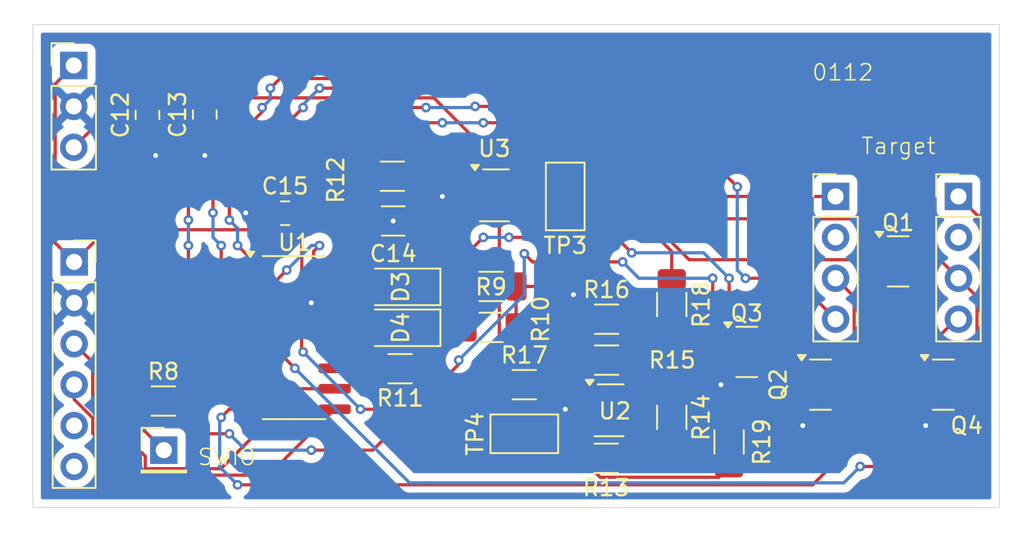
<source format=kicad_pcb>
(kicad_pcb (version 20241229) (generator "pcbnew") (generator_version "9.0")
  (layers (0 "F.Cu" signal) (2 "B.Cu" signal) (13 "F.Paste" user) (15 "B.Paste" user) (5 "F.SilkS" user "F.Silkscreen") (7 "B.SilkS" user "B.Silkscreen") (1 "F.Mask" user) (3 "B.Mask" user) (25 "Edge.Cuts" user))
  (net 0 "")
  (net 1 "GND")
  (net 2 "+12V")
  (net 3 "Net-(U3-+)")
  (net 4 "Net-(D3-A)")
  (net 5 "Net-(D3-K)")
  (net 6 "Net-(D4-K)")
  (net 7 "Net-(D4-A)")
  (net 8 "Net-(J1-Pin_1)")
  (net 11 "TXD")
  (net 12 "RXD")
  (net 13 "+5V")
  (net 15 "MOSI")
  (net 16 "MISO")
  (net 17 "Net-(J4-Pin_3)")
  (net 19 "VPP")
  (net 20 "SCK")
  (net 21 "Net-(J5-Pin_3)")
  (net 22 "~{VCC_EN}")
  (net 23 "GND_EN")
  (net 24 "VPP_OFF")
  (net 25 "GND_VDD")
  (net 26 "Net-(U1-PD1)")
  (net 27 "Net-(U1-PD7)")
  (net 28 "T2CH3")
  (net 29 "Net-(R13-Pad1)")
  (net 30 "Net-(R13-Pad2)")
  (net 31 "Net-(U2--)")
  (net 32 "Net-(U2-+)")
  (net 33 "Net-(U3--)")
  (footprint "Connector_PinHeader_2.54mm:PinHeader_1x03_P2.54mm_Vertical" (layer "F.Cu") (at 175.26 93.98)
    (property "Reference" "J3" (hide yes))
    (property "Value" "Conn_01x03" (hide yes))
    (pad "1" thru_hole rect (at 0 0) (size 1.7 1.7) (drill 1) (layers "*.Cu" "*.Mask") (net 13 "+5V"))
    (pad "2" thru_hole circle (at 0 2.54) (size 1.7 1.7) (drill 1) (layers "*.Cu" "*.Mask") (net 1 "GND"))
    (pad "3" thru_hole circle (at 0 5.08) (size 1.7 1.7) (drill 1) (layers "*.Cu" "*.Mask") (net 2 "+12V"))
  )
  (footprint "Resistor_SMD:R_1206_3216Metric_Pad1.30x1.75mm_HandSolder" (layer "F.Cu") (at 203.2 113.792)
    (property "Reference" "R17" (at 0 -1.83 0) (layer "F.SilkS"))
    (property "Value" "33K")
    (pad "1" smd roundrect (at -1.55 0) (size 1.3 1.75) (layers "F.Cu" "F.Mask" "F.Paste") (roundrect_rratio 0.192308) (net 33 "Net-(U3--)"))
    (pad "2" smd roundrect (at 1.55 0) (size 1.3 1.75) (layers "F.Cu" "F.Mask" "F.Paste") (roundrect_rratio 0.192308) (net 31 "Net-(U2--)"))
  )
  (footprint "Resistor_SMD:R_1206_3216Metric_Pad1.30x1.75mm_HandSolder" (layer "F.Cu") (at 212.344 115.824 -90)
    (property "Reference" "R14" (at 0 -1.83 90) (layer "F.SilkS"))
    (property "Value" "33K")
    (pad "1" smd roundrect (at -1.55 0 270) (size 1.3 1.75) (layers "F.Cu" "F.Mask" "F.Paste") (roundrect_rratio 0.192308) (net 31 "Net-(U2--)"))
    (pad "2" smd roundrect (at 1.55 0 270) (size 1.3 1.75) (layers "F.Cu" "F.Mask" "F.Paste") (roundrect_rratio 0.192308) (net 29 "Net-(R13-Pad1)"))
  )
  (footprint "Resistor_SMD:R_1206_3216Metric_Pad1.30x1.75mm_HandSolder" (layer "F.Cu") (at 208.306 109.728)
    (property "Reference" "R16" (at 0 -1.83 0) (layer "F.SilkS"))
    (property "Value" "33K")
    (pad "1" smd roundrect (at -1.55 0) (size 1.3 1.75) (layers "F.Cu" "F.Mask" "F.Paste") (roundrect_rratio 0.192308) (net 1 "GND"))
    (pad "2" smd roundrect (at 1.55 0) (size 1.3 1.75) (layers "F.Cu" "F.Mask" "F.Paste") (roundrect_rratio 0.192308) (net 32 "Net-(U2-+)"))
  )
  (footprint "Capacitor_SMD:C_0805_2012Metric_Pad1.18x1.45mm_HandSolder" (layer "F.Cu") (at 179.832 97.0495 90)
    (property "Reference" "C12" (at 0 -1.68 90) (layer "F.SilkS"))
    (property "Value" "1µF")
    (pad "1" smd roundrect (at -1.0375 0 90) (size 1.175 1.45) (layers "F.Cu" "F.Mask" "F.Paste") (roundrect_rratio 0.212766) (net 1 "GND"))
    (pad "2" smd roundrect (at 1.0375 0 90) (size 1.175 1.45) (layers "F.Cu" "F.Mask" "F.Paste") (roundrect_rratio 0.212766) (net 2 "+12V"))
  )
  (footprint "Capacitor_SMD:C_0805_2012Metric_Pad1.18x1.45mm_HandSolder" (layer "F.Cu") (at 188.3665 103.15)
    (property "Reference" "C15" (at 0 -1.68 0) (layer "F.SilkS"))
    (property "Value" "1µF")
    (pad "1" smd roundrect (at -1.0375 0) (size 1.175 1.45) (layers "F.Cu" "F.Mask" "F.Paste") (roundrect_rratio 0.212766) (net 1 "GND"))
    (pad "2" smd roundrect (at 1.0375 0) (size 1.175 1.45) (layers "F.Cu" "F.Mask" "F.Paste") (roundrect_rratio 0.212766) (net 13 "+5V"))
  )
  (footprint "Resistor_SMD:R_1206_3216Metric_Pad1.30x1.75mm_HandSolder" (layer "F.Cu") (at 201.142 107.696)
    (property "Reference" "R9" (at 0 0.033394 0) (layer "F.SilkS"))
    (property "Value" "1K")
    (pad "1" smd roundrect (at -1.55 0) (size 1.3 1.75) (layers "F.Cu" "F.Mask" "F.Paste") (roundrect_rratio 0.192308) (net 5 "Net-(D3-K)"))
    (pad "2" smd roundrect (at 1.55 0) (size 1.3 1.75) (layers "F.Cu" "F.Mask" "F.Paste") (roundrect_rratio 0.192308) (net 1 "GND"))
  )
  (footprint "Package_TO_SOT_SMD:SOT-23" (layer "F.Cu") (at 221.5665 113.792)
    (property "Reference" "Q2" (at -2.6185 0 90) (layer "F.SilkS"))
    (property "Value" "2N7002")
    (pad "1" smd roundrect (at -0.9375 -0.95) (size 1.475 0.6) (layers "F.Cu" "F.Mask" "F.Paste") (net 23 "GND_EN"))
    (pad "2" smd roundrect (at -0.9375 0.95) (size 1.475 0.6) (layers "F.Cu" "F.Mask" "F.Paste") (net 1 "GND"))
    (pad "3" smd roundrect (at 0.9375 0) (size 1.475 0.6) (layers "F.Cu" "F.Mask" "F.Paste") (net 17 "Net-(J4-Pin_3)"))
  )
  (footprint "LED_SMD:LED_1206_3216Metric_Pad1.42x1.75mm_HandSolder" (layer "F.Cu") (at 195.5365 110.262 180)
    (property "Reference" "D4" (at 0 0 90) (layer "F.SilkS"))
    (property "Value" "LED")
    (pad "1" smd roundrect (at -1.4875 0 180) (size 1.425 1.75) (layers "F.Cu" "F.Mask" "F.Paste") (roundrect_rratio 0.175439) (net 6 "Net-(D4-K)"))
    (pad "2" smd roundrect (at 1.4875 0 180) (size 1.425 1.75) (layers "F.Cu" "F.Mask" "F.Paste") (roundrect_rratio 0.175439) (net 7 "Net-(D4-A)"))
  )
  (footprint "Resistor_SMD:R_1206_3216Metric_Pad1.30x1.75mm_HandSolder" (layer "F.Cu") (at 215.9 117.348 90)
    (property "Reference" "R19" (at 0 2.032 90) (layer "F.SilkS"))
    (property "Value" "150")
    (pad "1" smd roundrect (at -1.55 0 90) (size 1.3 1.75) (layers "F.Cu" "F.Mask" "F.Paste") (roundrect_rratio 0.192308) (net 30 "Net-(R13-Pad2)"))
    (pad "2" smd roundrect (at 1.55 0 90) (size 1.3 1.75) (layers "F.Cu" "F.Mask" "F.Paste") (roundrect_rratio 0.192308) (net 19 "VPP"))
  )
  (footprint "TestPoint:TestPoint_Keystone_5019_Miniature" (layer "F.Cu") (at 203.2 116.84)
    (property "Reference" "TP4" (at -3.048 0 90) (layer "F.SilkS"))
    (property "Value" "TestPoint")
    (pad "1" smd roundrect (at 0 0) (size 3.8 2) (layers "F.Cu" "F.Mask" "F.Paste") (roundrect_rratio 0.125) (net 30 "Net-(R13-Pad2)"))
  )
  (footprint "Resistor_SMD:R_1206_3216Metric_Pad1.30x1.75mm_HandSolder" (layer "F.Cu") (at 201.142 110.236)
    (property "Reference" "R10" (at 3.074 -0.508 90) (layer "F.SilkS"))
    (property "Value" "1K")
    (pad "1" smd roundrect (at -1.55 0) (size 1.3 1.75) (layers "F.Cu" "F.Mask" "F.Paste") (roundrect_rratio 0.192308) (net 6 "Net-(D4-K)"))
    (pad "2" smd roundrect (at 1.55 0) (size 1.3 1.75) (layers "F.Cu" "F.Mask" "F.Paste") (roundrect_rratio 0.192308) (net 1 "GND"))
  )
  (footprint "Resistor_SMD:R_1206_3216Metric_Pad1.30x1.75mm_HandSolder" (layer "F.Cu") (at 208.28 118.364 180)
    (property "Reference" "R13" (at 0 -1.83 0) (layer "F.SilkS"))
    (property "Value" "33K")
    (pad "1" smd roundrect (at -1.55 0 180) (size 1.3 1.75) (layers "F.Cu" "F.Mask" "F.Paste") (roundrect_rratio 0.192308) (net 29 "Net-(R13-Pad1)"))
    (pad "2" smd roundrect (at 1.55 0 180) (size 1.3 1.75) (layers "F.Cu" "F.Mask" "F.Paste") (roundrect_rratio 0.192308) (net 30 "Net-(R13-Pad2)"))
  )
  (footprint "Resistor_SMD:R_1206_3216Metric_Pad1.30x1.75mm_HandSolder" (layer "F.Cu") (at 208.306 112.268 180)
    (property "Reference" "R15" (at -4.064 0 0) (layer "F.SilkS"))
    (property "Value" "33K")
    (pad "1" smd roundrect (at -1.55 0 180) (size 1.3 1.75) (layers "F.Cu" "F.Mask" "F.Paste") (roundrect_rratio 0.192308) (net 32 "Net-(U2-+)"))
    (pad "2" smd roundrect (at 1.55 0 180) (size 1.3 1.75) (layers "F.Cu" "F.Mask" "F.Paste") (roundrect_rratio 0.192308) (net 2 "+12V"))
  )
  (footprint "Connector_PinSocket_2.54mm:PinSocket_1x06_P2.54mm_Vertical" (layer "F.Cu") (at 175.285 106.172)
    (property "Reference" "J2" (hide yes))
    (property "Value" "Conn_01x06" (hide yes))
    (pad "1" thru_hole rect (at 0 0) (size 1.7 1.7) (drill 1) (layers "*.Cu" "*.Mask") (net 13 "+5V"))
    (pad "2" thru_hole circle (at 0 2.54) (size 1.7 1.7) (drill 1) (layers "*.Cu" "*.Mask") (net 1 "GND"))
    (pad "3" thru_hole circle (at 0 5.08) (size 1.7 1.7) (drill 1) (layers "*.Cu" "*.Mask") (net 12 "RXD"))
    (pad "4" thru_hole circle (at 0 7.62) (size 1.7 1.7) (drill 1) (layers "*.Cu" "*.Mask") (net 11 "TXD"))
    (pad "5" thru_hole circle (at 0 10.16) (size 1.7 1.7) (drill 1) (layers "*.Cu" "*.Mask"))
    (pad "6" thru_hole circle (at 0 12.7) (size 1.7 1.7) (drill 1) (layers "*.Cu" "*.Mask"))
  )
  (footprint "Resistor_SMD:R_1206_3216Metric_Pad1.30x1.75mm_HandSolder" (layer "F.Cu") (at 212.344 108.818 -90)
    (property "Reference" "R18" (at 0 -1.83 90) (layer "F.SilkS"))
    (property "Value" "120K")
    (pad "1" smd roundrect (at -1.55 0 270) (size 1.3 1.75) (layers "F.Cu" "F.Mask" "F.Paste") (roundrect_rratio 0.192308) (net 2 "+12V"))
    (pad "2" smd roundrect (at 1.55 0 270) (size 1.3 1.75) (layers "F.Cu" "F.Mask" "F.Paste") (roundrect_rratio 0.192308) (net 31 "Net-(U2--)"))
  )
  (footprint "Package_TO_SOT_SMD:SOT-23" (layer "F.Cu") (at 216.9945 111.76)
    (property "Reference" "Q3" (at 0 -2.4 0) (layer "F.SilkS"))
    (property "Value" "2N7002")
    (pad "1" smd roundrect (at -0.9375 -0.95) (size 1.475 0.6) (layers "F.Cu" "F.Mask" "F.Paste") (net 24 "VPP_OFF"))
    (pad "2" smd roundrect (at -0.9375 0.95) (size 1.475 0.6) (layers "F.Cu" "F.Mask" "F.Paste") (net 1 "GND"))
    (pad "3" smd roundrect (at 0.9375 0) (size 1.475 0.6) (layers "F.Cu" "F.Mask" "F.Paste") (net 19 "VPP"))
  )
  (footprint "Capacitor_SMD:C_0805_2012Metric_Pad1.18x1.45mm_HandSolder" (layer "F.Cu") (at 183.388 97.028 90)
    (property "Reference" "C13" (at 0 -1.68 90) (layer "F.SilkS"))
    (property "Value" "1µF")
    (pad "1" smd roundrect (at -1.0375 0 90) (size 1.175 1.45) (layers "F.Cu" "F.Mask" "F.Paste") (roundrect_rratio 0.212766) (net 1 "GND"))
    (pad "2" smd roundrect (at 1.0375 0 90) (size 1.175 1.45) (layers "F.Cu" "F.Mask" "F.Paste") (roundrect_rratio 0.212766) (net 2 "+12V"))
  )
  (footprint "Package_TO_SOT_SMD:SOT-23-5_HandSoldering" (layer "F.Cu") (at 208.454 115.382)
    (property "Reference" "U2" (at 0.357941 0.048617 0) (layer "F.SilkS"))
    (property "Value" "OPA207")
    (pad "1" smd roundrect (at -1.35 -0.95) (size 1.56 0.65) (layers "F.Cu" "F.Mask" "F.Paste") (net 30 "Net-(R13-Pad2)"))
    (pad "2" smd roundrect (at -1.35 0) (size 1.56 0.65) (layers "F.Cu" "F.Mask" "F.Paste") (net 1 "GND"))
    (pad "3" smd roundrect (at -1.35 0.95) (size 1.56 0.65) (layers "F.Cu" "F.Mask" "F.Paste") (net 32 "Net-(U2-+)"))
    (pad "4" smd roundrect (at 1.35 0.95) (size 1.56 0.65) (layers "F.Cu" "F.Mask" "F.Paste") (net 31 "Net-(U2--)"))
    (pad "5" smd roundrect (at 1.35 -0.95) (size 1.56 0.65) (layers "F.Cu" "F.Mask" "F.Paste") (net 2 "+12V"))
  )
  (footprint "Resistor_SMD:R_1206_3216Metric_Pad1.30x1.75mm_HandSolder" (layer "F.Cu") (at 180.822 114.808)
    (property "Reference" "R8" (at 0 -1.83 0) (layer "F.SilkS"))
    (property "Value" "1K")
    (pad "1" smd roundrect (at -1.55 0) (size 1.3 1.75) (layers "F.Cu" "F.Mask" "F.Paste") (roundrect_rratio 0.192308) (net 8 "Net-(J1-Pin_1)"))
    (pad "2" smd roundrect (at 1.55 0) (size 1.3 1.75) (layers "F.Cu" "F.Mask" "F.Paste") (roundrect_rratio 0.192308) (net 26 "Net-(U1-PD1)"))
  )
  (footprint "Package_TO_SOT_SMD:SOT-23-5_HandSoldering" (layer "F.Cu") (at 201.342 102.042)
    (property "Reference" "U3" (at 0 -2.9 0) (layer "F.SilkS"))
    (property "Value" "OPA207")
    (pad "1" smd roundrect (at -1.35 -0.95) (size 1.56 0.65) (layers "F.Cu" "F.Mask" "F.Paste") (net 33 "Net-(U3--)"))
    (pad "2" smd roundrect (at -1.35 0) (size 1.56 0.65) (layers "F.Cu" "F.Mask" "F.Paste") (net 1 "GND"))
    (pad "3" smd roundrect (at -1.35 0.95) (size 1.56 0.65) (layers "F.Cu" "F.Mask" "F.Paste") (net 3 "Net-(U3-+)"))
    (pad "4" smd roundrect (at 1.35 0.95) (size 1.56 0.65) (layers "F.Cu" "F.Mask" "F.Paste") (net 33 "Net-(U3--)"))
    (pad "5" smd roundrect (at 1.35 -0.95) (size 1.56 0.65) (layers "F.Cu" "F.Mask" "F.Paste") (net 2 "+12V"))
  )
  (footprint "Connector_PinHeader_2.54mm:PinHeader_1x01_P2.54mm_Vertical" (layer "F.Cu") (at 180.848 117.856)
    (property "Reference" "J1" (hide yes))
    (property "Value" "Conn_01x01" (hide yes))
    (pad "1" thru_hole rect (at 0 0) (size 1.7 1.7) (drill 1) (layers "*.Cu" "*.Mask") (net 8 "Net-(J1-Pin_1)"))
  )
  (footprint "Connector_PinHeader_2.54mm:PinHeader_1x04_P2.54mm_Vertical" (layer "F.Cu") (at 222.504 102.108)
    (property "Reference" "J4" (hide yes))
    (property "Value" "Conn_01x04" (hide yes))
    (pad "1" thru_hole rect (at 0 0) (size 1.7 1.7) (drill 1) (layers "*.Cu" "*.Mask") (net 15 "MOSI"))
    (pad "2" thru_hole circle (at 0 2.54) (size 1.7 1.7) (drill 1) (layers "*.Cu" "*.Mask"))
    (pad "3" thru_hole circle (at 0 5.08) (size 1.7 1.7) (drill 1) (layers "*.Cu" "*.Mask") (net 17 "Net-(J4-Pin_3)"))
    (pad "4" thru_hole circle (at 0 7.62) (size 1.7 1.7) (drill 1) (layers "*.Cu" "*.Mask") (net 16 "MISO"))
  )
  (footprint "Capacitor_SMD:C_1206_3216Metric" (layer "F.Cu") (at 195.072 103.632)
    (property "Reference" "C14" (at 0 2.032 0) (layer "F.SilkS"))
    (property "Value" "100nF")
    (pad "1" smd roundrect (at -1.475 0) (size 1.15 1.8) (layers "F.Cu" "F.Mask" "F.Paste") (roundrect_rratio 0.217391) (net 1 "GND"))
    (pad "2" smd roundrect (at 1.475 0) (size 1.15 1.8) (layers "F.Cu" "F.Mask" "F.Paste") (roundrect_rratio 0.217391) (net 3 "Net-(U3-+)"))
  )
  (footprint "Package_TO_SOT_SMD:SOT-23" (layer "F.Cu") (at 229.1865 113.792)
    (property "Reference" "Q4" (at 1.4455 2.54 180) (layer "F.SilkS"))
    (property "Value" "2N7002")
    (pad "1" smd roundrect (at -0.9375 -0.95) (size 1.475 0.6) (layers "F.Cu" "F.Mask" "F.Paste") (net 25 "GND_VDD"))
    (pad "2" smd roundrect (at -0.9375 0.95) (size 1.475 0.6) (layers "F.Cu" "F.Mask" "F.Paste") (net 1 "GND"))
    (pad "3" smd roundrect (at 0.9375 0) (size 1.475 0.6) (layers "F.Cu" "F.Mask" "F.Paste") (net 21 "Net-(J5-Pin_3)"))
  )
  (footprint "Package_SO:SOP-16_3.9x9.9mm_P1.27mm" (layer "F.Cu") (at 188.936 110.871)
    (property "Reference" "U1" (at 0 -5.9 0) (layer "F.SilkS"))
    (property "Value" "CH32V003AxMx")
    (pad "1" smd roundrect (at -2.5 -4.445) (size 2 0.6) (layers "F.Cu" "F.Mask" "F.Paste") (net 22 "~{VCC_EN}"))
    (pad "2" smd roundrect (at -2.5 -3.175) (size 2 0.6) (layers "F.Cu" "F.Mask" "F.Paste") (net 23 "GND_EN"))
    (pad "3" smd roundrect (at -2.5 -1.905) (size 2 0.6) (layers "F.Cu" "F.Mask" "F.Paste") (net 15 "MOSI"))
    (pad "4" smd roundrect (at -2.5 -0.635) (size 2 0.6) (layers "F.Cu" "F.Mask" "F.Paste") (net 16 "MISO"))
    (pad "5" smd roundrect (at -2.5 0.635) (size 2 0.6) (layers "F.Cu" "F.Mask" "F.Paste") (net 20 "SCK"))
    (pad "6" smd roundrect (at -2.5 1.905) (size 2 0.6) (layers "F.Cu" "F.Mask" "F.Paste") (net 24 "VPP_OFF"))
    (pad "7" smd roundrect (at -2.5 3.175) (size 2 0.6) (layers "F.Cu" "F.Mask" "F.Paste") (net 26 "Net-(U1-PD1)"))
    (pad "8" smd roundrect (at -2.5 4.445) (size 2 0.6) (layers "F.Cu" "F.Mask" "F.Paste") (net 25 "GND_VDD"))
    (pad "9" smd roundrect (at 2.5 4.445) (size 2 0.6) (layers "F.Cu" "F.Mask" "F.Paste") (net 11 "TXD"))
    (pad "10" smd roundrect (at 2.5 3.175) (size 2 0.6) (layers "F.Cu" "F.Mask" "F.Paste") (net 12 "RXD"))
    (pad "11" smd roundrect (at 2.5 1.905) (size 2 0.6) (layers "F.Cu" "F.Mask" "F.Paste") (net 27 "Net-(U1-PD7)"))
    (pad "12" smd roundrect (at 2.5 0.635) (size 2 0.6) (layers "F.Cu" "F.Mask" "F.Paste") (net 7 "Net-(D4-A)"))
    (pad "13" smd roundrect (at 2.5 -0.635) (size 2 0.6) (layers "F.Cu" "F.Mask" "F.Paste") (net 4 "Net-(D3-A)"))
    (pad "14" smd roundrect (at 2.5 -1.905) (size 2 0.6) (layers "F.Cu" "F.Mask" "F.Paste") (net 1 "GND"))
    (pad "15" smd roundrect (at 2.5 -3.175) (size 2 0.6) (layers "F.Cu" "F.Mask" "F.Paste") (net 13 "+5V"))
    (pad "16" smd roundrect (at 2.5 -4.445) (size 2 0.6) (layers "F.Cu" "F.Mask" "F.Paste") (net 28 "T2CH3"))
  )
  (footprint "Connector_PinHeader_2.54mm:PinHeader_1x04_P2.54mm_Vertical" (layer "F.Cu") (at 230.124 102.108)
    (property "Reference" "J5" (hide yes))
    (property "Value" "Conn_01x04" (hide yes))
    (pad "1" thru_hole rect (at 0 0) (size 1.7 1.7) (drill 1) (layers "*.Cu" "*.Mask") (net 20 "SCK"))
    (pad "2" thru_hole circle (at 0 2.54) (size 1.7 1.7) (drill 1) (layers "*.Cu" "*.Mask"))
    (pad "3" thru_hole circle (at 0 5.08) (size 1.7 1.7) (drill 1) (layers "*.Cu" "*.Mask") (net 21 "Net-(J5-Pin_3)"))
    (pad "4" thru_hole circle (at 0 7.62) (size 1.7 1.7) (drill 1) (layers "*.Cu" "*.Mask") (net 19 "VPP"))
  )
  (footprint "Package_TO_SOT_SMD:SOT-23" (layer "F.Cu") (at 226.382819 106.139786)
    (property "Reference" "Q1" (at 0 -2.4 0) (layer "F.SilkS"))
    (property "Value" "BSS84")
    (pad "1" smd roundrect (at -0.9375 -0.95) (size 1.475 0.6) (layers "F.Cu" "F.Mask" "F.Paste") (net 22 "~{VCC_EN}"))
    (pad "2" smd roundrect (at -0.9375 0.95) (size 1.475 0.6) (layers "F.Cu" "F.Mask" "F.Paste") (net 13 "+5V"))
    (pad "3" smd roundrect (at 0.9375 0) (size 1.475 0.6) (layers "F.Cu" "F.Mask" "F.Paste") (net 21 "Net-(J5-Pin_3)"))
  )
  (footprint "TestPoint:TestPoint_Keystone_5019_Miniature" (layer "F.Cu") (at 205.74 102.108 90)
    (property "Reference" "TP3" (at -3.048 0 180) (layer "F.SilkS"))
    (property "Value" "TestPoint")
    (pad "1" smd roundrect (at 0 0 90) (size 3.8 2) (layers "F.Cu" "F.Mask" "F.Paste") (roundrect_rratio 0.125) (net 33 "Net-(U3--)"))
  )
  (footprint "LED_SMD:LED_1206_3216Metric_Pad1.42x1.75mm_HandSolder" (layer "F.Cu") (at 195.5365 107.722 180)
    (property "Reference" "D3" (at 0 0 90) (layer "F.SilkS"))
    (property "Value" "LED")
    (pad "1" smd roundrect (at -1.4875 0 180) (size 1.425 1.75) (layers "F.Cu" "F.Mask" "F.Paste") (roundrect_rratio 0.175439) (net 5 "Net-(D3-K)"))
    (pad "2" smd roundrect (at 1.4875 0 180) (size 1.425 1.75) (layers "F.Cu" "F.Mask" "F.Paste") (roundrect_rratio 0.175439) (net 4 "Net-(D3-A)"))
  )
  (footprint "Resistor_SMD:R_1206_3216Metric_Pad1.30x1.75mm_HandSolder" (layer "F.Cu") (at 195.019 100.855)
    (property "Reference" "R12" (at -3.503 0.237 90) (layer "F.SilkS"))
    (property "Value" "2.2K")
    (pad "1" smd roundrect (at -1.55 0) (size 1.3 1.75) (layers "F.Cu" "F.Mask" "F.Paste") (roundrect_rratio 0.192308) (net 28 "T2CH3"))
    (pad "2" smd roundrect (at 1.55 0) (size 1.3 1.75) (layers "F.Cu" "F.Mask" "F.Paste") (roundrect_rratio 0.192308) (net 3 "Net-(U3-+)"))
  )
  (footprint "Resistor_SMD:R_1206_3216Metric_Pad1.30x1.75mm_HandSolder" (layer "F.Cu") (at 195.5 112.802 180)
    (property "Reference" "R11" (at 0 -1.83 0) (layer "F.SilkS"))
    (property "Value" "10K")
    (pad "1" smd roundrect (at -1.55 0 180) (size 1.3 1.75) (layers "F.Cu" "F.Mask" "F.Paste") (roundrect_rratio 0.192308) (net 13 "+5V"))
    (pad "2" smd roundrect (at 1.55 0 180) (size 1.3 1.75) (layers "F.Cu" "F.Mask" "F.Paste") (roundrect_rratio 0.192308) (net 27 "Net-(U1-PD7)"))
  )
  (gr_rect (start 172.72 91.44) (end 232.664 121.412) (stroke (width 0.05)) (fill no) (layer "Edge.Cuts"))
  (gr_text "SWIO" (at 182.88 118.872 0) (layer "F.SilkS") (effects (font (size 1 1) (thickness 0.1)) (justify left bottom)))
  (gr_text "0112" (at 220.98 94.996 0) (layer "F.SilkS") (effects (font (size 1 1) (thickness 0.1)) (justify left bottom)))
  (gr_text "Target" (at 224.028 99.568 0) (layer "F.SilkS") (effects (font (size 1 1) (thickness 0.1)) (justify left bottom)))
  (segment (start 216.057 113.127) (end 215.392 113.792) (width 0.2) (layer "F.Cu") (net 1))
  (segment (start 191.436 108.966) (end 190.246 108.966) (width 0.2) (layer "F.Cu") (net 1))
  (segment (start 198.186 102.042) (end 198.12 102.108) (width 0.2) (layer "F.Cu") (net 1))
  (segment (start 207.104 115.382) (end 205.806 115.382) (width 0.2) (layer "F.Cu") (net 1))
  (segment (start 220.629 114.742) (end 220.629 116.175) (width 0.2) (layer "F.Cu") (net 1))
  (segment (start 199.992 102.042) (end 198.186 102.042) (width 0.2) (layer "F.Cu") (net 1))
  (segment (start 216.057 112.71) (end 216.057 113.127) (width 0.2) (layer "F.Cu") (net 1))
  (segment (start 202.692 107.696) (end 205.74 107.696) (width 0.2) (layer "F.Cu") (net 1))
  (segment (start 206.756 109.728) (end 206.756 108.712) (width 0.2) (layer "F.Cu") (net 1))
  (segment (start 183.388 98.0655) (end 183.388 99.568) (width 0.2) (layer "F.Cu") (net 1))
  (segment (start 190.246 108.966) (end 189.992 108.712) (width 0.2) (layer "F.Cu") (net 1))
  (segment (start 193.597 103.632) (end 195.072 103.632) (width 0.2) (layer "F.Cu") (net 1))
  (segment (start 179.832 99.06) (end 180.34 99.568) (width 0.2) (layer "F.Cu") (net 1))
  (segment (start 202.692 110.236) (end 202.692 107.696) (width 0.2) (layer "F.Cu") (net 1))
  (segment (start 185.954 103.15) (end 185.928 103.124) (width 0.2) (layer "F.Cu") (net 1))
  (segment (start 228.249 114.742) (end 228.249 116.175) (width 0.2) (layer "F.Cu") (net 1))
  (segment (start 220.629 116.175) (end 220.472 116.332) (width 0.2) (layer "F.Cu") (net 1))
  (segment (start 228.249 116.175) (end 228.092 116.332) (width 0.2) (layer "F.Cu") (net 1))
  (segment (start 179.832 98.087) (end 179.832 99.06) (width 0.2) (layer "F.Cu") (net 1))
  (segment (start 205.74 107.696) (end 206.248 108.204) (width 0.2) (layer "F.Cu") (net 1))
  (segment (start 206.756 108.712) (end 206.248 108.204) (width 0.2) (layer "F.Cu") (net 1))
  (segment (start 205.806 115.382) (end 205.74 115.316) (width 0.2) (layer "F.Cu") (net 1))
  (segment (start 187.329 103.15) (end 185.954 103.15) (width 0.2) (layer "F.Cu") (net 1))
  (via (at 185.928 103.124) (size 0.6) (drill 0.3) (layers "F.Cu" "B.Cu") (net 1))
  (via (at 206.248 108.204) (size 0.6) (drill 0.3) (layers "F.Cu" "B.Cu") (net 1))
  (via (at 183.388 99.568) (size 0.6) (drill 0.3) (layers "F.Cu" "B.Cu") (net 1))
  (via (at 195.072 103.632) (size 0.6) (drill 0.3) (layers "F.Cu" "B.Cu") (net 1))
  (via (at 189.992 108.712) (size 0.6) (drill 0.3) (layers "F.Cu" "B.Cu") (net 1))
  (via (at 198.12 102.108) (size 0.6) (drill 0.3) (layers "F.Cu" "B.Cu") (net 1))
  (via (at 180.34 99.568) (size 0.6) (drill 0.3) (layers "F.Cu" "B.Cu") (net 1))
  (via (at 205.74 115.316) (size 0.6) (drill 0.3) (layers "F.Cu" "B.Cu") (net 1))
  (via (at 220.472 116.332) (size 0.6) (drill 0.3) (layers "F.Cu" "B.Cu") (net 1))
  (via (at 228.092 116.332) (size 0.6) (drill 0.3) (layers "F.Cu" "B.Cu") (net 1))
  (via (at 215.392 113.792) (size 0.6) (drill 0.3) (layers "F.Cu" "B.Cu") (net 1))
  (segment (start 204.216 99.568) (end 202.692 101.092) (width 0.2) (layer "F.Cu") (net 2))
  (segment (start 183.3665 96.012) (end 183.388 95.9905) (width 0.2) (layer "F.Cu") (net 2))
  (segment (start 202.692 101.092) (end 197.5905 95.9905) (width 0.2) (layer "F.Cu") (net 2))
  (segment (start 212.344 107.268) (end 212.344 105.52584) (width 0.2) (layer "F.Cu") (net 2))
  (segment (start 206.38616 99.568) (end 204.216 99.568) (width 0.2) (layer "F.Cu") (net 2))
  (segment (start 212.344 105.52584) (end 206.38616 99.568) (width 0.2) (layer "F.Cu") (net 2))
  (segment (start 207.64 112.268) (end 206.756 112.268) (width 0.2) (layer "F.Cu") (net 2))
  (segment (start 179.832 96.012) (end 183.3665 96.012) (width 0.2) (layer "F.Cu") (net 2))
  (segment (start 179.832 96.012) (end 178.308 96.012) (width 0.2) (layer "F.Cu") (net 2))
  (segment (start 210.82 113.416) (end 210.82 108.792) (width 0.2) (layer "F.Cu") (net 2))
  (segment (start 197.5905 95.9905) (end 183.388 95.9905) (width 0.2) (layer "F.Cu") (net 2))
  (segment (start 209.804 114.432) (end 210.82 113.416) (width 0.2) (layer "F.Cu") (net 2))
  (segment (start 209.804 114.432) (end 207.64 112.268) (width 0.2) (layer "F.Cu") (net 2))
  (segment (start 178.308 96.012) (end 175.26 99.06) (width 0.2) (layer "F.Cu") (net 2))
  (segment (start 210.82 108.792) (end 212.344 107.268) (width 0.2) (layer "F.Cu") (net 2))
  (segment (start 199.992 102.992) (end 197.187 102.992) (width 0.2) (layer "F.Cu") (net 3))
  (segment (start 197.187 102.992) (end 196.547 103.632) (width 0.2) (layer "F.Cu") (net 3))
  (segment (start 196.547 100.877) (end 196.569 100.855) (width 0.2) (layer "F.Cu") (net 3))
  (segment (start 196.547 103.632) (end 196.547 100.877) (width 0.2) (layer "F.Cu") (net 3))
  (segment (start 191.807968 110.236) (end 191.436 110.236) (width 0.2) (layer "F.Cu") (net 4))
  (segment (start 194.049 107.722) (end 194.049 107.994968) (width 0.2) (layer "F.Cu") (net 4))
  (segment (start 194.049 107.994968) (end 191.807968 110.236) (width 0.2) (layer "F.Cu") (net 4))
  (segment (start 197.05 107.696) (end 197.024 107.722) (width 0.2) (layer "F.Cu") (net 5))
  (segment (start 199.592 107.696) (end 197.05 107.696) (width 0.2) (layer "F.Cu") (net 5))
  (segment (start 197.024 110.262) (end 197.05 110.236) (width 0.2) (layer "F.Cu") (net 6))
  (segment (start 197.05 110.236) (end 199.592 110.236) (width 0.2) (layer "F.Cu") (net 6))
  (segment (start 194.049 110.262) (end 192.805 111.506) (width 0.2) (layer "F.Cu") (net 7))
  (segment (start 192.805 111.506) (end 191.436 111.506) (width 0.2) (layer "F.Cu") (net 7))
  (segment (start 179.272 114.808) (end 179.272 116.28) (width 0.2) (layer "F.Cu") (net 8))
  (segment (start 179.272 116.28) (end 180.848 117.856) (width 0.2) (layer "F.Cu") (net 8))
  (segment (start 176.436 116.80876) (end 176.436 115.85524) (width 0.2) (layer "F.Cu") (net 11))
  (segment (start 175.285 114.70424) (end 175.285 113.792) (width 0.2) (layer "F.Cu") (net 11))
  (segment (start 176.436 115.85524) (end 175.285 114.70424) (width 0.2) (layer "F.Cu") (net 11))
  (segment (start 187.344 119.408) (end 179.03524 119.408) (width 0.2) (layer "F.Cu") (net 11))
  (segment (start 191.436 115.316) (end 187.344 119.408) (width 0.2) (layer "F.Cu") (net 11))
  (segment (start 179.03524 119.408) (end 176.436 116.80876) (width 0.2) (layer "F.Cu") (net 11))
  (segment (start 191.436 114.046) (end 189.347968 114.046) (width 0.2) (layer "F.Cu") (net 12))
  (segment (start 176.436 112.403) (end 175.285 111.252) (width 0.2) (layer "F.Cu") (net 12))
  (segment (start 184.386968 119.007) (end 179.697 119.007) (width 0.2) (layer "F.Cu") (net 12))
  (segment (start 189.347968 114.046) (end 184.386968 119.007) (width 0.2) (layer "F.Cu") (net 12))
  (segment (start 176.436 114.968) (end 176.436 112.403) (width 0.2) (layer "F.Cu") (net 12))
  (segment (start 179.697 119.007) (end 179.697 118.229) (width 0.2) (layer "F.Cu") (net 12))
  (segment (start 179.697 118.229) (end 176.436 114.968) (width 0.2) (layer "F.Cu") (net 12))
  (segment (start 189.484 111.76) (end 189.391 111.667) (width 0.2) (layer "F.Cu") (net 13))
  (segment (start 194.293 97.536) (end 189.404 102.425) (width 0.2) (layer "F.Cu") (net 13))
  (segment (start 197.05 112.802) (end 194.536 115.316) (width 0.2) (layer "F.Cu") (net 13))
  (segment (start 188.378 104.176) (end 189.404 103.15) (width 0.2) (layer "F.Cu") (net 13))
  (segment (start 189.404 106.663999) (end 190.436001 107.696) (width 0.2) (layer "F.Cu") (net 13))
  (segment (start 174.109 95.131) (end 175.26 93.98) (width 0.2) (layer "F.Cu") (net 13))
  (segment (start 204.92126 97.536) (end 200.66 97.536) (width 0.2) (layer "F.Cu") (net 13))
  (segment (start 177.281 104.176) (end 188.378 104.176) (width 0.2) (layer "F.Cu") (net 13))
  (segment (start 189.391 111.667) (end 189.391 106.676999) (width 0.2) (layer "F.Cu") (net 13))
  (segment (start 198.12 97.536) (end 194.293 97.536) (width 0.2) (layer "F.Cu") (net 13))
  (segment (start 190.436001 107.696) (end 191.436 107.696) (width 0.2) (layer "F.Cu") (net 13))
  (segment (start 224.392533 106.037) (end 213.42226 106.037) (width 0.2) (layer "F.Cu") (net 13))
  (segment (start 213.42226 106.037) (end 204.92126 97.536) (width 0.2) (layer "F.Cu") (net 13))
  (segment (start 225.445319 107.089786) (end 224.392533 106.037) (width 0.2) (layer "F.Cu") (net 13))
  (segment (start 189.404 102.425) (end 189.404 103.15) (width 0.2) (layer "F.Cu") (net 13))
  (segment (start 189.391 106.676999) (end 189.404 106.663999) (width 0.2) (layer "F.Cu") (net 13))
  (segment (start 189.404 103.15) (end 189.404 106.663999) (width 0.2) (layer "F.Cu") (net 13))
  (segment (start 175.285 106.172) (end 174.109 104.996) (width 0.2) (layer "F.Cu") (net 13))
  (segment (start 175.285 106.172) (end 177.281 104.176) (width 0.2) (layer "F.Cu") (net 13))
  (segment (start 174.109 104.996) (end 174.109 95.131) (width 0.2) (layer "F.Cu") (net 13))
  (segment (start 194.536 115.316) (end 193.04 115.316) (width 0.2) (layer "F.Cu") (net 13))
  (via (at 200.66 97.536) (size 0.6) (drill 0.3) (layers "F.Cu" "B.Cu") (net 13))
  (via (at 189.484 111.76) (size 0.6) (drill 0.3) (layers "F.Cu" "B.Cu") (net 13))
  (via (at 193.04 115.316) (size 0.6) (drill 0.3) (layers "F.Cu" "B.Cu") (net 13))
  (via (at 198.12 97.536) (size 0.6) (drill 0.3) (layers "F.Cu" "B.Cu") (net 13))
  (segment (start 200.66 97.536) (end 198.12 97.536) (width 0.2) (layer "B.Cu") (net 13))
  (segment (start 193.04 115.316) (end 189.484 111.76) (width 0.2) (layer "B.Cu") (net 13))
  (segment (start 184.404 107.933999) (end 184.404 105.156) (width 0.2) (layer "F.Cu") (net 15))
  (segment (start 183.896 102.1785) (end 189.484 96.5905) (width 0.2) (layer "F.Cu") (net 15))
  (segment (start 186.436 108.966) (end 185.436001 108.966) (width 0.2) (layer "F.Cu") (net 15))
  (segment (start 185.436001 108.966) (end 184.404 107.933999) (width 0.2) (layer "F.Cu") (net 15))
  (segment (start 208.1665 95.3905) (end 214.884 102.108) (width 0.2) (layer "F.Cu") (net 15))
  (segment (start 190.5 95.3905) (end 208.1665 95.3905) (width 0.2) (layer "F.Cu") (net 15))
  (segment (start 214.884 102.108) (end 222.504 102.108) (width 0.2) (layer "F.Cu") (net 15))
  (segment (start 183.896 103.124) (end 183.896 102.1785) (width 0.2) (layer "F.Cu") (net 15))
  (via (at 183.896 103.124) (size 0.6) (drill 0.3) (layers "F.Cu" "B.Cu") (net 15))
  (via (at 189.484 96.5905) (size 0.6) (drill 0.3) (layers "F.Cu" "B.Cu") (net 15))
  (via (at 184.404 105.156) (size 0.6) (drill 0.3) (layers "F.Cu" "B.Cu") (net 15))
  (via (at 190.5 95.3905) (size 0.6) (drill 0.3) (layers "F.Cu" "B.Cu") (net 15))
  (segment (start 183.896 104.648) (end 183.896 103.124) (width 0.2) (layer "B.Cu") (net 15))
  (segment (start 189.484 96.5905) (end 189.484 96.4065) (width 0.2) (layer "B.Cu") (net 15))
  (segment (start 184.404 105.156) (end 183.896 104.648) (width 0.2) (layer "B.Cu") (net 15))
  (segment (start 189.484 96.4065) (end 190.5 95.3905) (width 0.2) (layer "B.Cu") (net 15))
  (segment (start 185.436001 110.236) (end 186.436 110.236) (width 0.2) (layer "F.Cu") (net 16))
  (segment (start 222.504 109.728) (end 219.964 107.188) (width 0.2) (layer "F.Cu") (net 16))
  (segment (start 209.6895 94.7895) (end 188.053 94.7895) (width 0.2) (layer "F.Cu") (net 16))
  (segment (start 182.372 107.171999) (end 185.436001 110.236) (width 0.2) (layer "F.Cu") (net 16))
  (segment (start 182.372 101.433943) (end 182.372 103.576) (width 0.2) (layer "F.Cu") (net 16))
  (segment (start 188.053 94.7895) (end 187.452 95.3905) (width 0.2) (layer "F.Cu") (net 16))
  (segment (start 216.408 101.508) (end 209.6895 94.7895) (width 0.2) (layer "F.Cu") (net 16))
  (segment (start 219.964 107.188) (end 216.916 107.188) (width 0.2) (layer "F.Cu") (net 16))
  (segment (start 186.944 96.861943) (end 182.372 101.433943) (width 0.2) (layer "F.Cu") (net 16))
  (segment (start 186.944 96.5905) (end 186.944 96.861943) (width 0.2) (layer "F.Cu") (net 16))
  (segment (start 182.372 105.156) (end 182.372 107.171999) (width 0.2) (layer "F.Cu") (net 16))
  (via (at 182.372 105.156) (size 0.6) (drill 0.3) (layers "F.Cu" "B.Cu") (net 16))
  (via (at 216.408 101.508) (size 0.6) (drill 0.3) (layers "F.Cu" "B.Cu") (net 16))
  (via (at 186.944 96.5905) (size 0.6) (drill 0.3) (layers "F.Cu" "B.Cu") (net 16))
  (via (at 216.916 107.188) (size 0.6) (drill 0.3) (layers "F.Cu" "B.Cu") (net 16))
  (via (at 182.372 103.576) (size 0.6) (drill 0.3) (layers "F.Cu" "B.Cu") (net 16))
  (via (at 187.452 95.3905) (size 0.6) (drill 0.3) (layers "F.Cu" "B.Cu") (net 16))
  (segment (start 182.372 103.576) (end 182.372 105.156) (width 0.2) (layer "B.Cu") (net 16))
  (segment (start 216.916 107.188) (end 216.408 106.68) (width 0.2) (layer "B.Cu") (net 16))
  (segment (start 216.408 106.68) (end 216.408 101.508) (width 0.2) (layer "B.Cu") (net 16))
  (segment (start 187.452 95.3905) (end 187.452 96.0825) (width 0.2) (layer "B.Cu") (net 16))
  (segment (start 187.452 96.0825) (end 186.944 96.5905) (width 0.2) (layer "B.Cu") (net 16))
  (segment (start 223.655 108.339) (end 222.504 107.188) (width 0.2) (layer "F.Cu") (net 17))
  (segment (start 222.504 113.792) (end 223.655 112.641) (width 0.2) (layer "F.Cu") (net 17))
  (segment (start 223.655 112.641) (end 223.655 108.339) (width 0.2) (layer "F.Cu") (net 17))
  (segment (start 221.659468 114.393) (end 225.318532 114.393) (width 0.2) (layer "F.Cu") (net 19))
  (segment (start 215.9 115.798) (end 217.932 113.766) (width 0.2) (layer "F.Cu") (net 19))
  (segment (start 217.932 111.76) (end 220.313 114.141) (width 0.2) (layer "F.Cu") (net 19))
  (segment (start 229.983532 109.728) (end 230.124 109.728) (width 0.2) (layer "F.Cu") (net 19))
  (segment (start 221.407468 114.141) (end 221.659468 114.393) (width 0.2) (layer "F.Cu") (net 19))
  (segment (start 225.318532 114.393) (end 229.983532 109.728) (width 0.2) (layer "F.Cu") (net 19))
  (segment (start 217.932 113.766) (end 217.932 111.76) (width 0.2) (layer "F.Cu") (net 19))
  (segment (start 220.313 114.141) (end 221.407468 114.141) (width 0.2) (layer "F.Cu") (net 19))
  (segment (start 186.436 111.506) (end 187.706 111.506) (width 0.2) (layer "F.Cu") (net 20))
  (segment (start 187.706 111.506) (end 188.976 112.776) (width 0.2) (layer "F.Cu") (net 20))
  (segment (start 231.648 108.1449) (end 231.648 103.632) (width 0.2) (layer "F.Cu") (net 20))
  (segment (start 226.423468 118.872) (end 231.648 113.647468) (width 0.2) (layer "F.Cu") (net 20))
  (segment (start 231.648 113.647468) (end 231.648 112.8351) (width 0.2) (layer "F.Cu") (net 20))
  (segment (start 231.648 112.8351) (end 231.676 112.8071) (width 0.2) (layer "F.Cu") (net 20))
  (segment (start 224.028 118.872) (end 226.423468 118.872) (width 0.2) (layer "F.Cu") (net 20))
  (segment (start 231.648 103.632) (end 230.124 102.108) (width 0.2) (layer "F.Cu") (net 20))
  (segment (start 231.676 112.8071) (end 231.676 108.1729) (width 0.2) (layer "F.Cu") (net 20))
  (segment (start 231.676 108.1729) (end 231.648 108.1449) (width 0.2) (layer "F.Cu") (net 20))
  (via (at 224.028 118.872) (size 0.6) (drill 0.3) (layers "F.Cu" "B.Cu") (net 20))
  (via (at 188.976 112.776) (size 0.6) (drill 0.3) (layers "F.Cu" "B.Cu") (net 20))
  (segment (start 196.088 119.888) (end 197.104 119.888) (width 0.2) (layer "B.Cu") (net 20))
  (segment (start 188.976 112.776) (end 196.088 119.888) (width 0.2) (layer "B.Cu") (net 20))
  (segment (start 197.104 119.888) (end 223.012 119.888) (width 0.2) (layer "B.Cu") (net 20))
  (segment (start 223.012 119.888) (end 224.028 118.872) (width 0.2) (layer "B.Cu") (net 20))
  (segment (start 231.275 108.339) (end 230.124 107.188) (width 0.2) (layer "F.Cu") (net 21))
  (segment (start 230.124 113.792) (end 231.275 112.641) (width 0.2) (layer "F.Cu") (net 21))
  (segment (start 227.320319 106.139786) (end 229.075786 106.139786) (width 0.2) (layer "F.Cu") (net 21))
  (segment (start 229.075786 106.139786) (end 230.124 107.188) (width 0.2) (layer "F.Cu") (net 21))
  (segment (start 231.275 112.641) (end 231.275 108.339) (width 0.2) (layer "F.Cu") (net 21))
  (segment (start 186.436 106.172) (end 185.42 105.156) (width 0.2) (layer "F.Cu") (net 22))
  (segment (start 204.47236 96.52) (end 211.44936 103.497) (width 0.2) (layer "F.Cu") (net 22))
  (segment (start 186.436 106.426) (end 186.436 106.172) (width 0.2) (layer "F.Cu") (net 22))
  (segment (start 184.912 102.616) (end 190.9375 96.5905) (width 0.2) (layer "F.Cu") (net 22))
  (segment (start 200.152 96.52) (end 204.47236 96.52) (width 0.2) (layer "F.Cu") (net 22))
  (segment (start 190.9375 96.5905) (end 197.104 96.5905) (width 0.2) (layer "F.Cu") (net 22))
  (segment (start 223.752533 103.497) (end 225.445319 105.189786) (width 0.2) (layer "F.Cu") (net 22))
  (segment (start 184.912 103.576) (end 184.912 102.616) (width 0.2) (layer "F.Cu") (net 22))
  (segment (start 211.44936 103.497) (end 223.752533 103.497) (width 0.2) (layer "F.Cu") (net 22))
  (via (at 200.152 96.52) (size 0.6) (drill 0.3) (layers "F.Cu" "B.Cu") (net 22))
  (via (at 185.42 105.156) (size 0.6) (drill 0.3) (layers "F.Cu" "B.Cu") (net 22))
  (via (at 184.912 103.576) (size 0.6) (drill 0.3) (layers "F.Cu" "B.Cu") (net 22))
  (via (at 197.104 96.5905) (size 0.6) (drill 0.3) (layers "F.Cu" "B.Cu") (net 22))
  (segment (start 200.0815 96.5905) (end 200.152 96.52) (width 0.2) (layer "B.Cu") (net 22))
  (segment (start 185.42 105.156) (end 185.42 104.084) (width 0.2) (layer "B.Cu") (net 22))
  (segment (start 185.42 104.084) (end 184.912 103.576) (width 0.2) (layer "B.Cu") (net 22))
  (segment (start 197.104 96.5905) (end 200.0815 96.5905) (width 0.2) (layer "B.Cu") (net 22))
  (segment (start 200.66 104.648) (end 199.222968 106.085032) (width 0.2) (layer "F.Cu") (net 23))
  (segment (start 208.903374 104.648) (end 202.25 104.648) (width 0.2) (layer "F.Cu") (net 23))
  (segment (start 199.222968 106.085032) (end 193.418936 106.085032) (width 0.2) (layer "F.Cu") (net 23))
  (segment (start 209.861687 105.606313) (end 208.903374 104.648) (width 0.2) (layer "F.Cu") (net 23))
  (segment (start 190.395032 107.027) (end 190.135 106.766968) (width 0.2) (layer "F.Cu") (net 23))
  (segment (start 220.629 112.842) (end 215.9 108.113) (width 0.2) (layer "F.Cu") (net 23))
  (segment (start 188.468 106.68) (end 187.452 107.696) (width 0.2) (layer "F.Cu") (net 23))
  (segment (start 215.9 108.113) (end 215.9 107.188) (width 0.2) (layer "F.Cu") (net 23))
  (segment (start 190.135 105.521) (end 190.5 105.156) (width 0.2) (layer "F.Cu") (net 23))
  (segment (start 192.476968 107.027) (end 190.395032 107.027) (width 0.2) (layer "F.Cu") (net 23))
  (segment (start 187.452 107.696) (end 186.436 107.696) (width 0.2) (layer "F.Cu") (net 23))
  (segment (start 193.418936 106.085032) (end 192.476968 107.027) (width 0.2) (layer "F.Cu") (net 23))
  (segment (start 190.135 106.766968) (end 190.135 105.521) (width 0.2) (layer "F.Cu") (net 23))
  (via (at 202.25 104.648) (size 0.6) (drill 0.3) (layers "F.Cu" "B.Cu") (net 23))
  (via (at 190.5 105.156) (size 0.6) (drill 0.3) (layers "F.Cu" "B.Cu") (net 23))
  (via (at 215.9 107.188) (size 0.6) (drill 0.3) (layers "F.Cu" "B.Cu") (net 23))
  (via (at 209.861687 105.606313) (size 0.6) (drill 0.3) (layers "F.Cu" "B.Cu") (net 23))
  (via (at 188.468 106.68) (size 0.6) (drill 0.3) (layers "F.Cu" "B.Cu") (net 23))
  (via (at 200.66 104.648) (size 0.6) (drill 0.3) (layers "F.Cu" "B.Cu") (net 23))
  (segment (start 189.992 105.156) (end 188.468 106.68) (width 0.2) (layer "B.Cu") (net 23))
  (segment (start 190.5 105.156) (end 189.992 105.156) (width 0.2) (layer "B.Cu") (net 23))
  (segment (start 202.25 104.648) (end 200.66 104.648) (width 0.2) (layer "B.Cu") (net 23))
  (segment (start 214.318313 105.606313) (end 209.861687 105.606313) (width 0.2) (layer "B.Cu") (net 23))
  (segment (start 215.9 107.188) (end 214.318313 105.606313) (width 0.2) (layer "B.Cu") (net 23))
  (segment (start 209.296 106.172) (end 203.708 106.172) (width 0.2) (layer "F.Cu") (net 24))
  (segment (start 203.708 106.172) (end 203.2 105.664) (width 0.2) (layer "F.Cu") (net 24))
  (segment (start 199.136 112.52716) (end 193.80716 117.856) (width 0.2) (layer "F.Cu") (net 24))
  (segment (start 181.421 115.66816) (end 181.421 113.94784) (width 0.2) (layer "F.Cu") (net 24))
  (segment (start 199.136 112.268) (end 199.136 112.52716) (width 0.2) (layer "F.Cu") (net 24))
  (segment (start 181.421 113.94784) (end 182.59284 112.776) (width 0.2) (layer "F.Cu") (net 24))
  (segment (start 184.912 116.84) (end 182.59284 116.84) (width 0.2) (layer "F.Cu") (net 24))
  (segment (start 216.057 110.81) (end 214.884 109.637) (width 0.2) (layer "F.Cu") (net 24))
  (segment (start 193.80716 117.856) (end 189.992 117.856) (width 0.2) (layer "F.Cu") (net 24))
  (segment (start 182.59284 116.84) (end 181.421 115.66816) (width 0.2) (layer "F.Cu") (net 24))
  (segment (start 182.59284 112.776) (end 186.436 112.776) (width 0.2) (layer "F.Cu") (net 24))
  (segment (start 214.884 109.637) (end 214.884 107.188) (width 0.2) (layer "F.Cu") (net 24))
  (via (at 189.992 117.856) (size 0.6) (drill 0.3) (layers "F.Cu" "B.Cu") (net 24))
  (via (at 199.136 112.268) (size 0.6) (drill 0.3) (layers "F.Cu" "B.Cu") (net 24))
  (via (at 184.912 116.84) (size 0.6) (drill 0.3) (layers "F.Cu" "B.Cu") (net 24))
  (via (at 209.296 106.172) (size 0.6) (drill 0.3) (layers "F.Cu" "B.Cu") (net 24))
  (via (at 214.884 107.188) (size 0.6) (drill 0.3) (layers "F.Cu" "B.Cu") (net 24))
  (via (at 203.2 105.664) (size 0.6) (drill 0.3) (layers "F.Cu" "B.Cu") (net 24))
  (segment (start 210.312 107.188) (end 209.296 106.172) (width 0.2) (layer "B.Cu") (net 24))
  (segment (start 189.992 117.856) (end 185.928 117.856) (width 0.2) (layer "B.Cu") (net 24))
  (segment (start 203.2 105.664) (end 203.2 108.204) (width 0.2) (layer "B.Cu") (net 24))
  (segment (start 214.884 107.188) (end 210.312 107.188) (width 0.2) (layer "B.Cu") (net 24))
  (segment (start 203.2 108.204) (end 199.136 112.268) (width 0.2) (layer "B.Cu") (net 24))
  (segment (start 185.928 117.856) (end 184.912 116.84) (width 0.2) (layer "B.Cu") (net 24))
  (segment (start 185.42 120.008) (end 221.083 120.008) (width 0.2) (layer "F.Cu") (net 25))
  (segment (start 184.912 115.316) (end 184.404 115.824) (width 0.2) (layer "F.Cu") (net 25))
  (segment (start 221.083 120.008) (end 228.249 112.842) (width 0.2) (layer "F.Cu") (net 25))
  (segment (start 186.436 115.316) (end 184.912 115.316) (width 0.2) (layer "F.Cu") (net 25))
  (via (at 184.404 115.824) (size 0.6) (drill 0.3) (layers "F.Cu" "B.Cu") (net 25))
  (via (at 185.42 120.008) (size 0.6) (drill 0.3) (layers "F.Cu" "B.Cu") (net 25))
  (segment (start 184.311 118.899) (end 185.42 120.008) (width 0.2) (layer "B.Cu") (net 25))
  (segment (start 184.404 115.824) (end 184.311 115.917) (width 0.2) (layer "B.Cu") (net 25))
  (segment (start 184.311 115.917) (end 184.311 118.899) (width 0.2) (layer "B.Cu") (net 25))
  (segment (start 182.372 114.808) (end 183.134 114.046) (width 0.2) (layer "F.Cu") (net 26))
  (segment (start 183.134 114.046) (end 186.436 114.046) (width 0.2) (layer "F.Cu") (net 26))
  (segment (start 191.462 112.802) (end 191.436 112.776) (width 0.2) (layer "F.Cu") (net 27))
  (segment (start 193.95 112.802) (end 191.462 112.802) (width 0.2) (layer "F.Cu") (net 27))
  (segment (start 191.436 106.426) (end 191.436 102.888) (width 0.2) (layer "F.Cu") (net 28))
  (segment (start 191.436 102.888) (end 193.469 100.855) (width 0.2) (layer "F.Cu") (net 28))
  (segment (start 211.354 118.364) (end 212.344 117.374) (width 0.2) (layer "F.Cu") (net 29))
  (segment (start 209.83 118.364) (end 211.354 118.364) (width 0.2) (layer "F.Cu") (net 29))
  (segment (start 215.258 119.54) (end 207.906 119.54) (width 0.2) (layer "F.Cu") (net 30))
  (segment (start 208.28 116.814) (end 208.28 115.11801) (width 0.2) (layer "F.Cu") (net 30))
  (segment (start 205.206 116.84) (end 206.73 118.364) (width 0.2) (layer "F.Cu") (net 30))
  (segment (start 206.73 118.364) (end 208.28 116.814) (width 0.2) (layer "F.Cu") (net 30))
  (segment (start 208.28 115.11801) (end 207.59399 114.432) (width 0.2) (layer "F.Cu") (net 30))
  (segment (start 215.9 118.898) (end 215.258 119.54) (width 0.2) (layer "F.Cu") (net 30))
  (segment (start 203.2 116.84) (end 205.206 116.84) (width 0.2) (layer "F.Cu") (net 30))
  (segment (start 207.906 119.54) (end 206.73 118.364) (width 0.2) (layer "F.Cu") (net 30))
  (segment (start 207.59399 114.432) (end 207.104 114.432) (width 0.2) (layer "F.Cu") (net 30))
  (segment (start 209.804 116.332) (end 211.862 114.274) (width 0.2) (layer "F.Cu") (net 31))
  (segment (start 208.28 114.483001) (end 208.28 114.16801) (width 0.2) (layer "F.Cu") (net 31))
  (segment (start 211.862 114.274) (end 212.344 114.274) (width 0.2) (layer "F.Cu") (net 31))
  (segment (start 209.804 116.332) (end 209.804 116.007001) (width 0.2) (layer "F.Cu") (net 31))
  (segment (start 207.90399 113.792) (end 204.75 113.792) (width 0.2) (layer "F.Cu") (net 31))
  (segment (start 212.344 110.368) (end 212.344 114.274) (width 0.2) (layer "F.Cu") (net 31))
  (segment (start 209.804 116.007001) (end 208.28 114.483001) (width 0.2) (layer "F.Cu") (net 31))
  (segment (start 208.28 114.16801) (end 207.90399 113.792) (width 0.2) (layer "F.Cu") (net 31))
  (segment (start 203.799 114.65216) (end 203.799 112.93184) (width 0.2) (layer "F.Cu") (net 32))
  (segment (start 204.51416 114.968) (end 204.11484 114.968) (width 0.2) (layer "F.Cu") (net 32))
  (segment (start 204.11484 114.968) (end 203.799 114.65216) (width 0.2) (layer "F.Cu") (net 32))
  (segment (start 209.856 109.728) (end 209.856 112.268) (width 0.2) (layer "F.Cu") (net 32))
  (segment (start 205.63884 111.092) (end 208.492 111.092) (width 0.2) (layer "F.Cu") (net 32))
  (segment (start 208.492 111.092) (end 209.856 109.728) (width 0.2) (layer "F.Cu") (net 32))
  (segment (start 205.87816 116.332) (end 204.51416 114.968) (width 0.2) (layer "F.Cu") (net 32))
  (segment (start 203.799 112.93184) (end 205.63884 111.092) (width 0.2) (layer "F.Cu") (net 32))
  (segment (start 207.104 116.332) (end 205.87816 116.332) (width 0.2) (layer "F.Cu") (net 32))
  (segment (start 202.692 102.992) (end 200.792 101.092) (width 0.2) (layer "F.Cu") (net 33))
  (segment (start 201.65 113.792) (end 201.65 104.034) (width 0.2) (layer "F.Cu") (net 33))
  (segment (start 201.65 104.034) (end 202.692 102.992) (width 0.2) (layer "F.Cu") (net 33))
  (segment (start 202.692 102.992) (end 203.068 102.992) (width 0.2) (layer "F.Cu") (net 33))
  (segment (start 203.068 102.992) (end 203.952 102.108) (width 0.2) (layer "F.Cu") (net 33))
  (segment (start 203.952 102.108) (end 205.74 102.108) (width 0.2) (layer "F.Cu") (net 33))
  (segment (start 200.792 101.092) (end 199.992 101.092) (width 0.2) (layer "F.Cu") (net 33))
  (zone (net 1) (net_name "GND") (layer "B.Cu") (connect_pads (clearance 0.5)) (min_thickness 0.25) (fill yes (thermal_gap 0.5) (thermal_bridge_width 0.5))
    (polygon (pts (xy 171.704 90.424) (xy 233.68 89.916) (xy 234.188 123.444) (xy 170.688 123.444)))
  )
)
</source>
